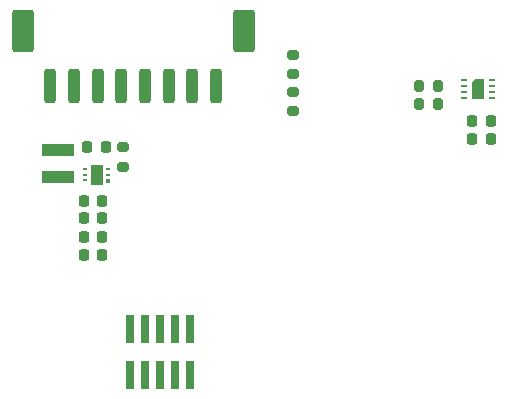
<source format=gbr>
%TF.GenerationSoftware,KiCad,Pcbnew,7.0.10*%
%TF.CreationDate,2024-04-10T17:33:26+08:00*%
%TF.ProjectId,solar_board_breakout,736f6c61-725f-4626-9f61-72645f627265,rev?*%
%TF.SameCoordinates,Original*%
%TF.FileFunction,Soldermask,Top*%
%TF.FilePolarity,Negative*%
%FSLAX46Y46*%
G04 Gerber Fmt 4.6, Leading zero omitted, Abs format (unit mm)*
G04 Created by KiCad (PCBNEW 7.0.10) date 2024-04-10 17:33:26*
%MOMM*%
%LPD*%
G01*
G04 APERTURE LIST*
G04 Aperture macros list*
%AMRoundRect*
0 Rectangle with rounded corners*
0 $1 Rounding radius*
0 $2 $3 $4 $5 $6 $7 $8 $9 X,Y pos of 4 corners*
0 Add a 4 corners polygon primitive as box body*
4,1,4,$2,$3,$4,$5,$6,$7,$8,$9,$2,$3,0*
0 Add four circle primitives for the rounded corners*
1,1,$1+$1,$2,$3*
1,1,$1+$1,$4,$5*
1,1,$1+$1,$6,$7*
1,1,$1+$1,$8,$9*
0 Add four rect primitives between the rounded corners*
20,1,$1+$1,$2,$3,$4,$5,0*
20,1,$1+$1,$4,$5,$6,$7,0*
20,1,$1+$1,$6,$7,$8,$9,0*
20,1,$1+$1,$8,$9,$2,$3,0*%
%AMFreePoly0*
4,1,6,0.500000,-0.850000,-0.500000,-0.850000,-0.500000,0.550000,-0.200000,0.850000,0.500000,0.850000,0.500000,-0.850000,0.500000,-0.850000,$1*%
G04 Aperture macros list end*
%ADD10RoundRect,0.225000X0.225000X0.250000X-0.225000X0.250000X-0.225000X-0.250000X0.225000X-0.250000X0*%
%ADD11R,0.740000X2.400000*%
%ADD12RoundRect,0.225000X-0.225000X-0.250000X0.225000X-0.250000X0.225000X0.250000X-0.225000X0.250000X0*%
%ADD13RoundRect,0.200000X0.200000X0.275000X-0.200000X0.275000X-0.200000X-0.275000X0.200000X-0.275000X0*%
%ADD14R,0.450000X0.350000*%
%ADD15R,0.450000X0.250000*%
%ADD16R,1.000000X1.800000*%
%ADD17RoundRect,0.200000X-0.200000X-0.275000X0.200000X-0.275000X0.200000X0.275000X-0.200000X0.275000X0*%
%ADD18RoundRect,0.200000X0.275000X-0.200000X0.275000X0.200000X-0.275000X0.200000X-0.275000X-0.200000X0*%
%ADD19R,2.750000X1.000000*%
%ADD20RoundRect,0.200000X-0.275000X0.200000X-0.275000X-0.200000X0.275000X-0.200000X0.275000X0.200000X0*%
%ADD21RoundRect,0.250000X-0.250000X-1.200000X0.250000X-1.200000X0.250000X1.200000X-0.250000X1.200000X0*%
%ADD22RoundRect,0.250000X-0.650000X-1.550000X0.650000X-1.550000X0.650000X1.550000X-0.650000X1.550000X0*%
%ADD23R,0.550000X0.250000*%
%ADD24FreePoly0,0.000000*%
G04 APERTURE END LIST*
D10*
%TO.C,C5*%
X144275000Y-87000000D03*
X142725000Y-87000000D03*
%TD*%
D11*
%TO.C,U1*%
X113730000Y-103100000D03*
X113730000Y-107000000D03*
X115000000Y-103100000D03*
X115000000Y-107000000D03*
X116270000Y-103100000D03*
X116270000Y-107000000D03*
X117540000Y-103100000D03*
X117540000Y-107000000D03*
X118810000Y-103100000D03*
X118810000Y-107000000D03*
%TD*%
D12*
%TO.C,C2*%
X109825000Y-95300000D03*
X111375000Y-95300000D03*
%TD*%
%TO.C,C3*%
X110125000Y-87700000D03*
X111675000Y-87700000D03*
%TD*%
D13*
%TO.C,R3*%
X139825000Y-84000000D03*
X138175000Y-84000000D03*
%TD*%
D14*
%TO.C,U2*%
X111875000Y-90550000D03*
D15*
X111875000Y-90000000D03*
X111875000Y-89500000D03*
X109925000Y-89500000D03*
X109925000Y-90000000D03*
X109925000Y-90500000D03*
D16*
X110900000Y-90000000D03*
%TD*%
D10*
%TO.C,C4*%
X144275000Y-85500000D03*
X142725000Y-85500000D03*
%TD*%
D12*
%TO.C,C6*%
X109800000Y-92200000D03*
X111350000Y-92200000D03*
%TD*%
%TO.C,C7*%
X109800000Y-93710000D03*
X111350000Y-93710000D03*
%TD*%
D17*
%TO.C,R2*%
X138175000Y-82500000D03*
X139825000Y-82500000D03*
%TD*%
D18*
%TO.C,R1*%
X113100000Y-89325000D03*
X113100000Y-87675000D03*
%TD*%
D19*
%TO.C,L1*%
X107600000Y-90250000D03*
X107600000Y-87950000D03*
%TD*%
D20*
%TO.C,R4*%
X127500000Y-79850000D03*
X127500000Y-81500000D03*
%TD*%
D18*
%TO.C,R5*%
X127500000Y-84650000D03*
X127500000Y-83000000D03*
%TD*%
D21*
%TO.C,J1*%
X107000000Y-82500000D03*
X109000000Y-82500000D03*
X111000000Y-82500000D03*
X113000000Y-82500000D03*
X115000000Y-82500000D03*
X117000000Y-82500000D03*
X119000000Y-82500000D03*
X121000000Y-82500000D03*
D22*
X104650000Y-77850000D03*
X123350000Y-77850000D03*
%TD*%
D12*
%TO.C,C1*%
X109825000Y-96800000D03*
X111375000Y-96800000D03*
%TD*%
D23*
%TO.C,U3*%
X142000000Y-82000000D03*
X142000000Y-82500000D03*
X142000000Y-83000000D03*
X142000000Y-83500000D03*
X144350000Y-83500000D03*
X144350000Y-83000000D03*
X144350000Y-82500000D03*
X144350000Y-82000000D03*
D24*
X143175000Y-82750000D03*
%TD*%
M02*

</source>
